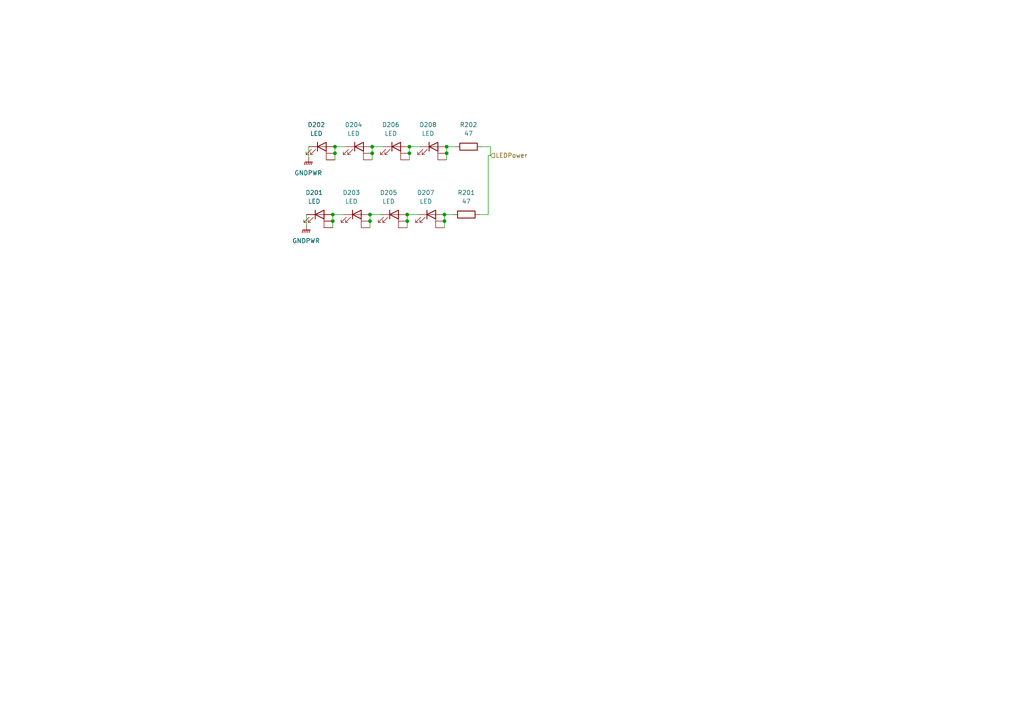
<source format=kicad_sch>
(kicad_sch (version 20211123) (generator eeschema)
  (paper "A4")
  (lib_symbols
    (symbol "Device:LED" (pin_numbers hide) (pin_names (offset 1.016) hide)
      (property "Reference" "D?" (at -1.5875 6.35 0))
      (property "Value" "LED" (at -1.5875 3.81 0))
      (property "Mouser Part Number" "941-CLM4BRKWCWAXBAA3" (at 0 0 0))
      (symbol "LED_0_1"
        (polyline (pts (xy -1.27 -1.27) (xy -1.27 1.27)) (stroke (width 0.254)))
        (polyline (pts (xy -1.27 0) (xy 1.27 0)))
        (polyline (pts (xy 1.27 -3.81) (xy 1.27 -1.905) (xy 1.27 0)))
        (polyline (pts (xy 1.27 -1.27) (xy 1.27 1.27) (xy -1.27 0) (xy 1.27 -1.27)) (stroke (width 0.254)))
        (polyline (pts (xy -3.048 -0.762) (xy -4.572 -2.286) (xy -3.81 -2.286) (xy -4.572 -2.286) (xy -4.572 -1.524)))
        (polyline (pts (xy -1.778 -0.762) (xy -3.302 -2.286) (xy -2.54 -2.286) (xy -3.302 -2.286) (xy -3.302 -1.524)))
      )
      (symbol "LED_1_1"
        (pin passive line (at 3.81 0 180) (length 2.54) (name "A") (number "1"))
        (pin passive line (at 3.81 -1.905 180) (length 2.54) (name "A") (number "2"))
        (pin passive line (at 3.81 -3.81 180) (length 2.54) (name "A") (number "3"))
        (pin passive line (at -3.81 0 0) (length 2.54) (name "K") (number "4"))
      )
    )
    (symbol "Device:R" (pin_numbers hide) (pin_names (offset 0))
      (property "Reference" "R" (at 2.032 0 90))
      (property "Value" "R" (at 0 0 90))
      (symbol "R_0_1"
        (rectangle (start -1.016 -2.54) (end 1.016 2.54) (stroke (width 0.254)))
      )
      (symbol "R_1_1"
        (pin passive line (at 0 3.81 270) (length 1.27) (name "~") (number "1"))
        (pin passive line (at 0 -3.81 90) (length 1.27) (name "~") (number "2"))
      )
    )
    (symbol "power:GNDPWR" (power) (pin_names (offset 0))
      (property "Value" "GNDPWR" (at 0 -3.302 0))
      (symbol "GNDPWR_0_1"
        (polyline (pts (xy 0 -1.27) (xy 0 0)))
        (polyline (pts (xy -1.016 -1.27) (xy -1.27 -2.032) (xy -1.27 -2.032)) (stroke (width 0.2032)))
        (polyline (pts (xy -0.508 -1.27) (xy -0.762 -2.032) (xy -0.762 -2.032)) (stroke (width 0.2032)))
        (polyline (pts (xy 0 -1.27) (xy -0.254 -2.032) (xy -0.254 -2.032)) (stroke (width 0.2032)))
        (polyline (pts (xy 0.508 -1.27) (xy 0.254 -2.032) (xy 0.254 -2.032)) (stroke (width 0.2032)))
        (polyline (pts (xy 1.016 -1.27) (xy -1.016 -1.27) (xy -1.016 -1.27)) (stroke (width 0.2032)))
        (polyline (pts (xy 1.016 -1.27) (xy 0.762 -2.032) (xy 0.762 -2.032) (xy 0.762 -2.032)) (stroke (width 0.2032)))
      )
      (symbol "GNDPWR_1_1"
        (pin power_in line (at 0 0 270) (length 0) hide (name "GNDPWR") (number "1"))
      )
    )
  )
  (junction (at 107.315 64.135))
  (junction (at 97.155 42.545))
  (junction (at 118.745 42.545))
  (junction (at 128.905 62.23))
  (junction (at 118.745 44.45))
  (junction (at 118.11 62.23))
  (junction (at 129.54 42.545))
  (junction (at 96.52 62.23))
  (junction (at 96.52 64.135))
  (junction (at 107.95 44.45))
  (junction (at 107.315 62.23))
  (junction (at 128.905 64.135))
  (junction (at 107.95 42.545))
  (junction (at 97.155 44.45))
  (junction (at 118.11 64.135))
  (junction (at 129.54 44.45))
  (wire (pts (xy 107.95 44.45) (xy 107.95 46.355)))
  (wire (pts (xy 129.54 42.545) (xy 132.08 42.545)))
  (wire (pts (xy 97.155 42.545) (xy 100.33 42.545)))
  (wire (pts (xy 142.24 42.545) (xy 142.24 45.085)))
  (wire (pts (xy 96.52 64.135) (xy 96.52 66.04)))
  (wire (pts (xy 97.155 42.545) (xy 97.155 44.45)))
  (wire (pts (xy 118.11 62.23) (xy 121.285 62.23)))
  (wire (pts (xy 97.155 44.45) (xy 97.155 46.355)))
  (wire (pts (xy 107.315 64.135) (xy 107.315 66.04)))
  (wire (pts (xy 107.95 42.545) (xy 107.95 44.45)))
  (wire (pts (xy 139.7 42.545) (xy 142.24 42.545)))
  (wire (pts (xy 88.9 62.23) (xy 88.9 65.405)))
  (wire (pts (xy 96.52 62.23) (xy 96.52 64.135)))
  (wire (pts (xy 128.905 64.135) (xy 128.905 66.04)))
  (wire (pts (xy 118.11 62.23) (xy 118.11 64.135)))
  (wire (pts (xy 96.52 62.23) (xy 99.695 62.23)))
  (wire (pts (xy 118.11 64.135) (xy 118.11 66.04)))
  (wire (pts (xy 89.535 42.545) (xy 89.535 45.72)))
  (wire (pts (xy 107.95 42.545) (xy 111.125 42.545)))
  (wire (pts (xy 129.54 42.545) (xy 129.54 44.45)))
  (wire (pts (xy 118.745 42.545) (xy 121.92 42.545)))
  (wire (pts (xy 141.605 62.23) (xy 141.605 45.085)))
  (wire (pts (xy 128.905 62.23) (xy 131.445 62.23)))
  (wire (pts (xy 118.745 42.545) (xy 118.745 44.45)))
  (wire (pts (xy 118.745 44.45) (xy 118.745 46.355)))
  (wire (pts (xy 128.905 62.23) (xy 128.905 64.135)))
  (wire (pts (xy 129.54 44.45) (xy 129.54 46.355)))
  (wire (pts (xy 107.315 62.23) (xy 110.49 62.23)))
  (wire (pts (xy 139.065 62.23) (xy 141.605 62.23)))
  (wire (pts (xy 141.605 45.085) (xy 142.24 45.085)))
  (wire (pts (xy 107.315 62.23) (xy 107.315 64.135)))
  (hierarchical_label "LEDPower" (shape input) (at 142.24 45.085 0))
  (symbol (lib_id "Device:LED") (at 125.73 42.545 0) (unit 1)
    (property "Reference" "D208" (at 124.1425 36.195 0))
    (property "Value" "LED" (at 124.1425 38.735 0))
    (property "Footprint" "LED_SMD:LED_Cree-PLCC4_3.2x2.8mm_CCW" (effects hide))
    (property "Mouser Part Number" "941-CLM4BRKWCWAXBAA3" (effects hide))
  )
  (symbol (lib_id "Device:LED") (at 93.345 42.545 0) (unit 1)
    (property "Reference" "D202" (at 91.7575 36.195 0))
    (property "Value" "LED" (at 91.7575 38.735 0))
    (property "Footprint" "LED_SMD:LED_Cree-PLCC4_3.2x2.8mm_CCW" (effects hide))
    (property "Mouser Part Number" "941-CLM4BRKWCWAXBAA3" (effects hide))
  )
  (symbol (lib_id "power:GNDPWR") (at 89.535 45.72 0) (unit 1)
    (property "Reference" "#PWR0202" (effects hide))
    (property "Value" "GNDPWR" (at 89.408 50.165 0))
  )
  (symbol (lib_id "Device:LED") (at 103.505 62.23 0) (unit 1)
    (property "Reference" "D203" (at 101.9175 55.88 0))
    (property "Value" "LED" (at 101.9175 58.42 0))
    (property "Footprint" "LED_SMD:LED_Cree-PLCC4_3.2x2.8mm_CCW" (effects hide))
    (property "Mouser Part Number" "941-CLM4BRKWCWAXBAA3" (effects hide))
  )
  (symbol (lib_id "Device:LED") (at 114.3 62.23 0) (unit 1)
    (property "Reference" "D205" (at 112.7125 55.88 0))
    (property "Value" "LED" (at 112.7125 58.42 0))
    (property "Footprint" "LED_SMD:LED_Cree-PLCC4_3.2x2.8mm_CCW" (effects hide))
    (property "Mouser Part Number" "941-CLM4BRKWCWAXBAA3" (effects hide))
  )
  (symbol (lib_id "power:GNDPWR") (at 88.9 65.405 0) (unit 1)
    (property "Reference" "#PWR0201" (effects hide))
    (property "Value" "GNDPWR" (at 88.773 69.85 0))
  )
  (symbol (lib_id "Device:R") (at 135.89 42.545 90) (unit 1)
    (property "Reference" "R202" (at 135.89 36.195 90))
    (property "Value" "47" (at 135.89 38.735 90))
    (property "Footprint" "Resistor_SMD:R_0603_1608Metric" (effects hide))
    (property "Mouser Part Number" "660-RK73B1JTTDD470J" (effects hide))
  )
  (symbol (lib_id "Device:LED") (at 114.935 42.545 0) (unit 1)
    (property "Reference" "D206" (at 113.3475 36.195 0))
    (property "Value" "LED" (at 113.3475 38.735 0))
    (property "Footprint" "LED_SMD:LED_Cree-PLCC4_3.2x2.8mm_CCW" (effects hide))
    (property "Mouser Part Number" "941-CLM4BRKWCWAXBAA3" (effects hide))
  )
  (symbol (lib_id "Device:R") (at 135.255 62.23 90) (unit 1)
    (property "Reference" "R201" (at 135.255 55.88 90))
    (property "Value" "47" (at 135.255 58.42 90))
    (property "Footprint" "Resistor_SMD:R_0603_1608Metric" (effects hide))
    (property "Mouser Part Number" "660-RK73B1JTTDD470J" (effects hide))
  )
  (symbol (lib_id "Device:LED") (at 92.71 62.23 0) (unit 1)
    (property "Reference" "D201" (at 91.1225 55.88 0))
    (property "Value" "LED" (at 91.1225 58.42 0))
    (property "Footprint" "LED_SMD:LED_Cree-PLCC4_3.2x2.8mm_CCW" (effects hide))
    (property "Mouser Part Number" "941-CLM4BRKWCWAXBAA3" (effects hide))
  )
  (symbol (lib_id "Device:LED") (at 104.14 42.545 0) (unit 1)
    (property "Reference" "D204" (at 102.5525 36.195 0))
    (property "Value" "LED" (at 102.5525 38.735 0))
    (property "Footprint" "LED_SMD:LED_Cree-PLCC4_3.2x2.8mm_CCW" (effects hide))
    (property "Mouser Part Number" "941-CLM4BRKWCWAXBAA3" (effects hide))
  )
  (symbol (lib_id "Device:LED") (at 125.095 62.23 0) (unit 1)
    (property "Reference" "D207" (at 123.5075 55.88 0))
    (property "Value" "LED" (at 123.5075 58.42 0))
    (property "Footprint" "LED_SMD:LED_Cree-PLCC4_3.2x2.8mm_CCW" (effects hide))
    (property "Mouser Part Number" "941-CLM4BRKWCWAXBAA3" (effects hide))
  )
)
</source>
